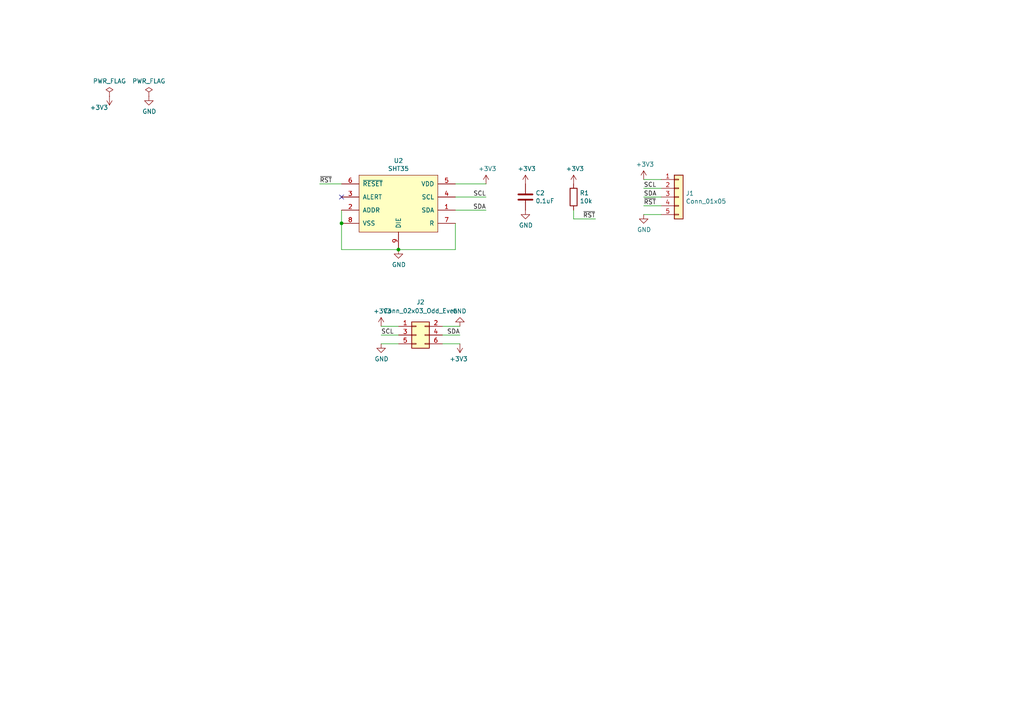
<source format=kicad_sch>
(kicad_sch (version 20211123) (generator eeschema)
  (paper "A4")
  (lib_symbols
    (symbol "Connector_Generic:Conn_01x05" (pin_names (offset 1.016) hide)
      (property "Reference" "J" (at 0 7.62 0))
      (property "Value" "Conn_01x05" (at 0 -7.62 0))
      (symbol "Conn_01x05_1_1"
        (rectangle (start -1.27 -4.953) (end 0 -5.207) (stroke (width 0.1524)))
        (rectangle (start -1.27 -2.413) (end 0 -2.667) (stroke (width 0.1524)))
        (rectangle (start -1.27 0.127) (end 0 -0.127) (stroke (width 0.1524)))
        (rectangle (start -1.27 2.667) (end 0 2.413) (stroke (width 0.1524)))
        (rectangle (start -1.27 5.207) (end 0 4.953) (stroke (width 0.1524)))
        (rectangle (start -1.27 6.35) (end 1.27 -6.35) (stroke (width 0.254)) (fill (type background)))
        (pin passive line (at -5.08 5.08 0) (length 3.81) (name "Pin_1") (number "1"))
        (pin passive line (at -5.08 2.54 0) (length 3.81) (name "Pin_2") (number "2"))
        (pin passive line (at -5.08 0 0) (length 3.81) (name "Pin_3") (number "3"))
        (pin passive line (at -5.08 -2.54 0) (length 3.81) (name "Pin_4") (number "4"))
        (pin passive line (at -5.08 -5.08 0) (length 3.81) (name "Pin_5") (number "5"))
      )
    )
    (symbol "Connector_Generic:Conn_02x03_Odd_Even" (pin_names (offset 1.016) hide)
      (property "Reference" "J" (at 1.27 5.08 0))
      (property "Value" "Conn_02x03_Odd_Even" (at 1.27 -5.08 0))
      (symbol "Conn_02x03_Odd_Even_1_1"
        (rectangle (start -1.27 -2.413) (end 0 -2.667) (stroke (width 0.1524)))
        (rectangle (start -1.27 0.127) (end 0 -0.127) (stroke (width 0.1524)))
        (rectangle (start -1.27 2.667) (end 0 2.413) (stroke (width 0.1524)))
        (rectangle (start -1.27 3.81) (end 3.81 -3.81) (stroke (width 0.254)) (fill (type background)))
        (rectangle (start 3.81 -2.413) (end 2.54 -2.667) (stroke (width 0.1524)))
        (rectangle (start 3.81 0.127) (end 2.54 -0.127) (stroke (width 0.1524)))
        (rectangle (start 3.81 2.667) (end 2.54 2.413) (stroke (width 0.1524)))
        (pin passive line (at -5.08 2.54 0) (length 3.81) (name "Pin_1") (number "1"))
        (pin passive line (at 7.62 2.54 180) (length 3.81) (name "Pin_2") (number "2"))
        (pin passive line (at -5.08 0 0) (length 3.81) (name "Pin_3") (number "3"))
        (pin passive line (at 7.62 0 180) (length 3.81) (name "Pin_4") (number "4"))
        (pin passive line (at -5.08 -2.54 0) (length 3.81) (name "Pin_5") (number "5"))
        (pin passive line (at 7.62 -2.54 180) (length 3.81) (name "Pin_6") (number "6"))
      )
    )
    (symbol "Device:C" (pin_numbers hide) (pin_names (offset 0.254))
      (property "Reference" "C" (at 0.635 2.54 0))
      (property "Value" "C" (at 0.635 -2.54 0))
      (symbol "C_0_1"
        (polyline (pts (xy -2.032 -0.762) (xy 2.032 -0.762)) (stroke (width 0.508)))
        (polyline (pts (xy -2.032 0.762) (xy 2.032 0.762)) (stroke (width 0.508)))
      )
      (symbol "C_1_1"
        (pin passive line (at 0 3.81 270) (length 2.794) (name "~") (number "1"))
        (pin passive line (at 0 -3.81 90) (length 2.794) (name "~") (number "2"))
      )
    )
    (symbol "Device:R" (pin_numbers hide) (pin_names (offset 0))
      (property "Reference" "R" (at 2.032 0 90))
      (property "Value" "R" (at 0 0 90))
      (symbol "R_0_1"
        (rectangle (start -1.016 -2.54) (end 1.016 2.54) (stroke (width 0.254)))
      )
      (symbol "R_1_1"
        (pin passive line (at 0 3.81 270) (length 1.27) (name "~") (number "1"))
        (pin passive line (at 0 -3.81 90) (length 1.27) (name "~") (number "2"))
      )
    )
    (symbol "GEMS:SHT35" (pin_names (offset 1.016))
      (property "Reference" "U" (at -10.16 8.89 0))
      (property "Value" "SHT35" (at 0 0 0))
      (symbol "SHT35_0_1"
        (rectangle (start -11.43 7.62) (end 11.43 -8.89) (fill (type background)))
      )
      (symbol "SHT35_1_1"
        (pin bidirectional line (at 16.51 -2.54 180) (length 5.08) (name "SDA") (number "1"))
        (pin input line (at -16.51 -2.54 0) (length 5.08) (name "ADDR") (number "2"))
        (pin output line (at -16.51 1.27 0) (length 5.08) (name "ALERT") (number "3"))
        (pin bidirectional line (at 16.51 1.27 180) (length 5.08) (name "SCL") (number "4"))
        (pin power_in line (at 16.51 5.08 180) (length 5.08) (name "VDD") (number "5"))
        (pin input line (at -16.51 5.08 0) (length 5.08) (name "~{RESET}") (number "6"))
        (pin passive line (at 16.51 -6.35 180) (length 5.08) (name "R") (number "7"))
        (pin power_in line (at -16.51 -6.35 0) (length 5.08) (name "VSS") (number "8"))
        (pin passive line (at 0 -13.97 90) (length 5.08) (name "DIE") (number "9"))
      )
    )
    (symbol "power:GND" (power) (pin_names (offset 0))
      (property "Value" "GND" (at 0 -3.81 0))
      (symbol "GND_0_1"
        (polyline (pts (xy 0 0) (xy 0 -1.27) (xy 1.27 -1.27) (xy 0 -2.54) (xy -1.27 -1.27) (xy 0 -1.27)))
      )
      (symbol "GND_1_1"
        (pin power_in line (at 0 0 270) (length 0) hide (name "GND") (number "1"))
      )
    )
    (symbol "power:PWR_FLAG" (power) (pin_numbers hide) (pin_names (offset 0) hide)
      (property "Value" "PWR_FLAG" (at 0 3.81 0))
      (symbol "PWR_FLAG_0_0"
        (pin power_out line (at 0 0 90) (length 0) (name "pwr") (number "1"))
      )
      (symbol "PWR_FLAG_0_1"
        (polyline (pts (xy 0 0) (xy 0 1.27) (xy -1.016 1.905) (xy 0 2.54) (xy 1.016 1.905) (xy 0 1.27)))
      )
    )
    (symbol "radiation_shield_RHT-rescue:+3.3V-power" (power) (pin_names (offset 0))
      (property "Value" "+3.3V-power" (at 0 3.556 0))
      (symbol "+3.3V-power_0_1"
        (polyline (pts (xy -0.762 1.27) (xy 0 2.54)))
        (polyline (pts (xy 0 0) (xy 0 2.54)))
        (polyline (pts (xy 0 2.54) (xy 0.762 1.27)))
      )
      (symbol "+3.3V-power_1_1"
        (pin power_in line (at 0 0 90) (length 0) hide (name "+3V3") (number "1"))
      )
    )
  )
  (junction (at 115.57 72.39))
  (junction (at 99.06 64.77))
  (no_connect (at 99.06 57.15))
  (wire (pts (xy 99.06 60.96) (xy 99.06 64.77)))
  (wire (pts (xy 133.4008 94.6404) (xy 128.3208 94.6404)))
  (wire (pts (xy 99.06 64.77) (xy 99.06 72.39)))
  (wire (pts (xy 140.97 60.96) (xy 132.08 60.96)))
  (wire (pts (xy 166.37 63.5) (xy 166.37 60.96)))
  (wire (pts (xy 110.5408 94.6404) (xy 115.6208 94.6404)))
  (wire (pts (xy 128.3208 97.1804) (xy 133.4008 97.1804)))
  (wire (pts (xy 110.5408 99.7204) (xy 115.6208 99.7204)))
  (wire (pts (xy 186.69 52.07) (xy 191.77 52.07)))
  (wire (pts (xy 132.08 72.39) (xy 132.08 64.77)))
  (wire (pts (xy 140.97 57.15) (xy 132.08 57.15)))
  (wire (pts (xy 133.4008 99.7204) (xy 128.3208 99.7204)))
  (wire (pts (xy 186.69 57.15) (xy 191.77 57.15)))
  (wire (pts (xy 172.72 63.5) (xy 166.37 63.5)))
  (wire (pts (xy 115.57 72.39) (xy 132.08 72.39)))
  (wire (pts (xy 186.69 59.69) (xy 191.77 59.69)))
  (wire (pts (xy 110.5408 97.1804) (xy 115.6208 97.1804)))
  (wire (pts (xy 186.69 54.61) (xy 191.77 54.61)))
  (wire (pts (xy 186.69 62.23) (xy 191.77 62.23)))
  (wire (pts (xy 92.71 53.34) (xy 99.06 53.34)))
  (wire (pts (xy 140.97 53.34) (xy 132.08 53.34)))
  (wire (pts (xy 115.57 72.39) (xy 99.06 72.39)))
  (label "SCL" (at 110.5408 97.1804 0))
  (label "SDA" (at 133.4008 97.1804 180))
  (label "SCL" (at 140.97 57.15 180))
  (label "SCL" (at 186.69 54.61 0))
  (label "SDA" (at 186.69 57.15 0))
  (label "~{RST}" (at 92.71 53.34 0))
  (label "~{RST}" (at 172.72 63.5 180))
  (label "~{RST}" (at 186.69 59.69 0))
  (label "SDA" (at 140.97 60.96 180))
  (symbol (lib_id "Connector_Generic:Conn_01x05") (at 196.85 57.15 0) (unit 1)
    (property "Reference" "J1" (at 198.882 56.0832 0) (effects (justify left)))
    (property "Value" "Conn_01x05" (at 198.882 58.3946 0) (effects (justify left)))
    (property "Footprint" "Connector_JST:JST_XH_B05B-XH-A_1x05_P2.50mm_Vertical" (effects hide))
    (property "Mouser" "Farnell: 1516281" (effects hide))
    (property "Price" "0.138" (effects hide))
    (property "Mfg" "B5B-XH-A (LF)(SN)" (effects hide))
  )
  (symbol (lib_id "power:GND") (at 186.69 62.23 0) (unit 1)
    (property "Reference" "#PWR04" (effects hide))
    (property "Value" "GND" (at 186.817 66.6242 0))
  )
  (symbol (lib_id "power:PWR_FLAG") (at 31.75 27.94 0) (unit 1)
    (property "Reference" "#FLG0101" (effects hide))
    (property "Value" "PWR_FLAG" (at 31.75 23.5204 0))
  )
  (symbol (lib_id "power:PWR_FLAG") (at 43.18 27.94 0) (unit 1)
    (property "Reference" "#FLG0102" (effects hide))
    (property "Value" "PWR_FLAG" (at 43.18 23.5204 0))
  )
  (symbol (lib_id "power:GND") (at 43.18 27.94 0) (unit 1)
    (property "Reference" "#PWR0101" (effects hide))
    (property "Value" "GND" (at 43.307 32.3342 0))
  )
  (symbol (lib_id "radiation_shield_RHT-rescue:+3.3V-power") (at 31.75 27.94 180) (unit 1)
    (property "Reference" "#PWR0102" (effects hide))
    (property "Value" "+3.3V" (at 31.369 31.1912 0) (effects (justify left)))
  )
  (symbol (lib_id "GEMS:SHT35") (at 115.57 58.42 0) (unit 1)
    (property "Reference" "U2" (at 115.57 46.609 0))
    (property "Value" "SHT35" (at 115.57 48.9204 0))
    (property "Footprint" "gems_footprints:8P-1EP-DFN_2.5x2.5" (effects hide))
    (property "Datasheet" "https://www.sensirion.com/fileadmin/user_upload/customers/sensirion/Dokumente/0_Datasheets/Humidity/Sensirion_Humidity_Sensors_SHT3x_Datasheet_digital.pdf" (effects hide))
    (property "Mouser" "403-SHT35-DIS-F" (effects hide))
    (property "Price" "8.16" (effects hide))
    (property "Mfg" "SHT35-DIS-F" (effects hide))
  )
  (symbol (lib_id "power:GND") (at 115.57 72.39 0) (unit 1)
    (property "Reference" "#PWR03" (effects hide))
    (property "Value" "GND" (at 115.697 76.7842 0))
  )
  (symbol (lib_id "radiation_shield_RHT-rescue:+3.3V-power") (at 140.97 53.34 0) (unit 1)
    (property "Reference" "#PWR06" (effects hide))
    (property "Value" "+3.3V" (at 141.351 48.9458 0))
  )
  (symbol (lib_id "Device:C") (at 152.4 57.15 0) (unit 1)
    (property "Reference" "C2" (at 155.321 55.9816 0) (effects (justify left)))
    (property "Value" "0.1uF" (at 155.321 58.293 0) (effects (justify left)))
    (property "Footprint" "Capacitor_SMD:C_0603_1608Metric" (effects hide))
    (property "Mouser" "810-CGA3E2X8R1E104K" (effects hide))
    (property "Price" "0.136" (effects hide))
    (property "Mfg" "CGA3E2X8R1E104K" (effects hide))
  )
  (symbol (lib_id "radiation_shield_RHT-rescue:+3.3V-power") (at 152.4 53.34 0) (unit 1)
    (property "Reference" "#PWR07" (effects hide))
    (property "Value" "+3.3V" (at 152.781 48.9458 0))
  )
  (symbol (lib_id "power:GND") (at 152.4 60.96 0) (unit 1)
    (property "Reference" "#PWR08" (effects hide))
    (property "Value" "GND" (at 152.527 65.3542 0))
  )
  (symbol (lib_id "Device:R") (at 166.37 57.15 0) (unit 1)
    (property "Reference" "R1" (at 168.148 55.9816 0) (effects (justify left)))
    (property "Value" "10k" (at 168.148 58.293 0) (effects (justify left)))
    (property "Footprint" "Resistor_SMD:R_0603_1608Metric" (effects hide))
    (property "Mouser" "284-APC0603B10K0N" (effects hide))
    (property "Price" "0.102" (effects hide))
    (property "Mfg" "APC0603B10K0N" (effects hide))
  )
  (symbol (lib_id "radiation_shield_RHT-rescue:+3.3V-power") (at 166.37 53.34 0) (unit 1)
    (property "Reference" "#PWR09" (effects hide))
    (property "Value" "+3.3V" (at 166.751 48.9458 0))
  )
  (symbol (lib_id "radiation_shield_RHT-rescue:+3.3V-power") (at 186.69 52.07 0) (unit 1)
    (property "Reference" "#PWR010" (effects hide))
    (property "Value" "+3.3V" (at 187.071 47.6758 0))
  )
  (symbol (lib_id "radiation_shield_RHT-rescue:+3.3V-power") (at 110.5408 94.6404 0) (unit 1)
    (property "Reference" "#PWR01" (effects hide))
    (property "Value" "+3.3V" (at 110.9218 90.2462 0))
  )
  (symbol (lib_id "power:GND") (at 110.5408 99.7204 0) (unit 1)
    (property "Reference" "#PWR02" (effects hide))
    (property "Value" "GND" (at 110.6678 104.1146 0))
  )
  (symbol (lib_id "Connector_Generic:Conn_02x03_Odd_Even") (at 120.7008 97.1804 0) (unit 1)
    (property "Reference" "J2" (at 121.9708 87.63 0))
    (property "Value" "Conn_02x03_Odd_Even" (at 121.9708 90.17 0))
    (property "Footprint" "Connector_PinHeader_2.54mm:PinHeader_2x03_P2.54mm_Vertical" (effects hide))
    (property "Mfg" "10-88-3061" (effects hide))
    (property "Mouser" "538-10-88-3061" (effects hide))
  )
  (symbol (lib_id "radiation_shield_RHT-rescue:+3.3V-power") (at 133.4008 99.7204 180) (unit 1)
    (property "Reference" "#PWR011" (effects hide))
    (property "Value" "+3.3V" (at 133.0198 104.1146 0))
  )
  (symbol (lib_id "power:GND") (at 133.4008 94.6404 180) (unit 1)
    (property "Reference" "#PWR05" (effects hide))
    (property "Value" "GND" (at 133.2738 90.2462 0))
  )
)
</source>
